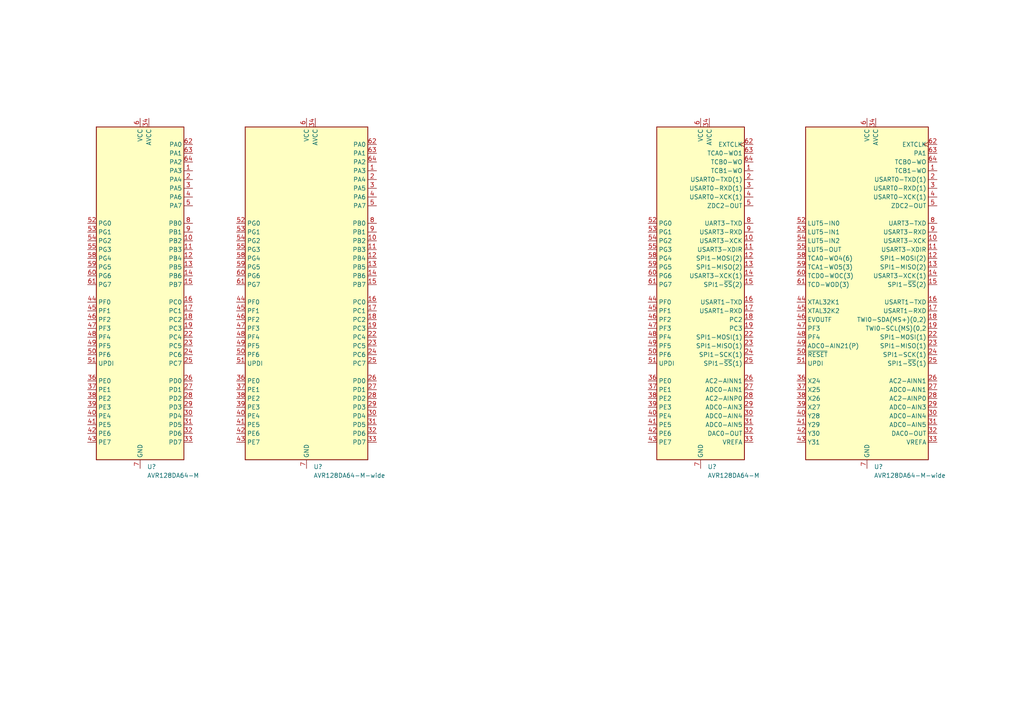
<source format=kicad_sch>
(kicad_sch (version 20211123) (generator eeschema)
  (paper "A4")
  (lib_symbols
    (symbol "MCU_Microchip_DA-wide:AVR128DA64-M"
      (property "Reference" "U" (at -12.7 49.53 0))
      (property "Value" "AVR128DA64-M" (at 2.54 -49.53 0))
      (symbol "AVR128DA64-M_0_1"
        (rectangle (start -17.78 -48.26) (end 17.78 48.26) (stroke (width 0.254)) (fill (type background)))
      )
      (symbol "AVR128DA64-M_1_1"
        (pin bidirectional line (at 20.32 35.56 180) (length 2.54) (name "PA3") (number "1") (alternate "TCB1-WO" output line))
        (pin bidirectional line (at 20.32 15.24 180) (length 2.54) (name "PB2") (number "10") (alternate "USART3-XCK" bidirectional line))
        (pin bidirectional line (at 20.32 12.7 180) (length 2.54) (name "PB3") (number "11") (alternate "USART3-XDIR" output line))
        (pin bidirectional line (at 20.32 10.16 180) (length 2.54) (name "PB4") (number "12") (alternate "SPI1-MOSI(2)" bidirectional line))
        (pin bidirectional line (at 20.32 7.62 180) (length 2.54) (name "PB5") (number "13") (alternate "SPI1-MISO(2)" bidirectional line))
        (pin bidirectional line (at 20.32 5.08 180) (length 2.54) (name "PB6") (number "14") (alternate "USART3-XCK(1)" bidirectional line))
        (pin bidirectional line (at 20.32 2.54 180) (length 2.54) (name "PB7") (number "15") (alternate "SPI1-~{SS}(2)" bidirectional line))
        (pin bidirectional line (at 20.32 -2.54 180) (length 2.54) (name "PC0") (number "16") (alternate "USART1-TXD" bidirectional line))
        (pin bidirectional line (at 20.32 -5.08 180) (length 2.54) (name "PC1") (number "17") (alternate "USART1-RXD" input line))
        (pin bidirectional line (at 20.32 -7.62 180) (length 2.54) (name "PC2") (number "18") (alternate "TWI0-SDA(MS+)(0,2)" bidirectional line))
        (pin bidirectional line (at 20.32 -10.16 180) (length 2.54) (name "PC3") (number "19") (alternate "TWI0-SCL(MS)(0,2" bidirectional line))
        (pin bidirectional line (at 20.32 33.02 180) (length 2.54) (name "PA4") (number "2") (alternate "USART0-TXD(1)" bidirectional line))
        (pin power_in line (at 0 50.8 270) (length 2.54) hide (name "VCC") (number "20"))
        (pin power_in line (at 0 -50.8 90) (length 2.54) hide (name "GND") (number "21"))
        (pin bidirectional line (at 20.32 -12.7 180) (length 2.54) (name "PC4") (number "22") (alternate "SPI1-MOSI(1)" bidirectional line))
        (pin bidirectional line (at 20.32 -15.24 180) (length 2.54) (name "PC5") (number "23") (alternate "SPI1-MISO(1)" bidirectional line))
        (pin bidirectional line (at 20.32 -17.78 180) (length 2.54) (name "PC6") (number "24") (alternate "SPI1-SCK(1)" bidirectional line))
        (pin bidirectional line (at 20.32 -20.32 180) (length 2.54) (name "PC7") (number "25") (alternate "SPI1-~{SS}(1)" bidirectional line))
        (pin bidirectional line (at 20.32 -25.4 180) (length 2.54) (name "PD0") (number "26") (alternate "AC2-AINN1" input line))
        (pin bidirectional line (at 20.32 -27.94 180) (length 2.54) (name "PD1") (number "27") (alternate "ADC0-AIN1" input line))
        (pin bidirectional line (at 20.32 -30.48 180) (length 2.54) (name "PD2") (number "28") (alternate "AC2-AINP0" input line))
        (pin bidirectional line (at 20.32 -33.02 180) (length 2.54) (name "PD3") (number "29") (alternate "ADC0-AIN3" input line))
        (pin bidirectional line (at 20.32 30.48 180) (length 2.54) (name "PA5") (number "3") (alternate "USART0-RXD(1)" input line))
        (pin bidirectional line (at 20.32 -35.56 180) (length 2.54) (name "PD4") (number "30") (alternate "ADC0-AIN4" input line))
        (pin bidirectional line (at 20.32 -38.1 180) (length 2.54) (name "PD5") (number "31") (alternate "ADC0-AIN5" input line))
        (pin bidirectional line (at 20.32 -40.64 180) (length 2.54) (name "PD6") (number "32") (alternate "DAC0-OUT" output line))
        (pin bidirectional line (at 20.32 -43.18 180) (length 2.54) (name "PD7") (number "33") (alternate "VREFA" input line))
        (pin power_in line (at 2.54 50.8 270) (length 2.54) (name "AVCC") (number "34"))
        (pin power_in line (at 0 -50.8 90) (length 2.54) hide (name "GND") (number "35"))
        (pin bidirectional line (at -20.32 -25.4 0) (length 2.54) (name "PE0") (number "36") (alternate "X24" output line))
        (pin bidirectional line (at -20.32 -27.94 0) (length 2.54) (name "PE1") (number "37") (alternate "X25" output line))
        (pin bidirectional line (at -20.32 -30.48 0) (length 2.54) (name "PE2") (number "38") (alternate "X26" output line))
        (pin bidirectional line (at -20.32 -33.02 0) (length 2.54) (name "PE3") (number "39") (alternate "X27" output line))
        (pin bidirectional line (at 20.32 27.94 180) (length 2.54) (name "PA6") (number "4") (alternate "USART0-XCK(1)" bidirectional line))
        (pin bidirectional line (at -20.32 -35.56 0) (length 2.54) (name "PE4") (number "40") (alternate "Y28" bidirectional line))
        (pin bidirectional line (at -20.32 -38.1 0) (length 2.54) (name "PE5") (number "41") (alternate "Y29" bidirectional line))
        (pin bidirectional line (at -20.32 -40.64 0) (length 2.54) (name "PE6") (number "42") (alternate "Y30" bidirectional line))
        (pin bidirectional line (at -20.32 -43.18 0) (length 2.54) (name "PE7") (number "43") (alternate "Y31" bidirectional line))
        (pin bidirectional line (at -20.32 -2.54 0) (length 2.54) (name "PF0") (number "44") (alternate "XTAL32K1" passive line))
        (pin bidirectional line (at -20.32 -5.08 0) (length 2.54) (name "PF1") (number "45") (alternate "XTAL32K2" passive line))
        (pin bidirectional line (at -20.32 -7.62 0) (length 2.54) (name "PF2") (number "46") (alternate "EVOUTF" output line))
        (pin bidirectional line (at -20.32 -10.16 0) (length 2.54) (name "PF3") (number "47"))
        (pin bidirectional line (at -20.32 -12.7 0) (length 2.54) (name "PF4") (number "48"))
        (pin bidirectional line (at -20.32 -15.24 0) (length 2.54) (name "PF5") (number "49") (alternate "ADC0-AIN21(P)" input line))
        (pin bidirectional line (at 20.32 25.4 180) (length 2.54) (name "PA7") (number "5") (alternate "ZDC2-OUT" output line))
        (pin input line (at -20.32 -17.78 0) (length 2.54) (name "PF6") (number "50") (alternate "~{RESET}" input line))
        (pin bidirectional line (at -20.32 -20.32 0) (length 2.54) (name "UPDI") (number "51"))
        (pin bidirectional line (at -20.32 20.32 0) (length 2.54) (name "PG0") (number "52") (alternate "LUT5-IN0" input line))
        (pin bidirectional line (at -20.32 17.78 0) (length 2.54) (name "PG1") (number "53") (alternate "LUT5-IN1" input line))
        (pin bidirectional line (at -20.32 15.24 0) (length 2.54) (name "PG2") (number "54") (alternate "LUT5-IN2" input line))
        (pin bidirectional line (at -20.32 12.7 0) (length 2.54) (name "PG3") (number "55") (alternate "LUT5-OUT" output line))
        (pin power_in line (at 0 50.8 270) (length 2.54) hide (name "VCC") (number "56"))
        (pin power_in line (at 0 -50.8 90) (length 2.54) hide (name "GND") (number "57"))
        (pin bidirectional line (at -20.32 10.16 0) (length 2.54) (name "PG4") (number "58") (alternate "TCA0-WO4(6)" output line))
        (pin bidirectional line (at -20.32 7.62 0) (length 2.54) (name "PG5") (number "59") (alternate "TCA1-WO5(3)" output line))
        (pin power_in line (at 0 50.8 270) (length 2.54) (name "VCC") (number "6"))
        (pin bidirectional line (at -20.32 5.08 0) (length 2.54) (name "PG6") (number "60") (alternate "TCD0-WOC(3)" output line))
        (pin bidirectional line (at -20.32 2.54 0) (length 2.54) (name "PG7") (number "61") (alternate "TCD-WOD(3)" output line))
        (pin bidirectional line (at 20.32 43.18 180) (length 2.54) (name "PA0") (number "62") (alternate "EXTCLK" input clock))
        (pin bidirectional line (at 20.32 40.64 180) (length 2.54) (name "PA1") (number "63") (alternate "TCA0-WO1" output line))
        (pin bidirectional line (at 20.32 38.1 180) (length 2.54) (name "PA2") (number "64") (alternate "TCB0-WO" output line))
        (pin power_in line (at 0 -50.8 90) (length 2.54) (name "GND") (number "7"))
        (pin bidirectional line (at 20.32 20.32 180) (length 2.54) (name "PB0") (number "8") (alternate "UART3-TXD" bidirectional line))
        (pin bidirectional line (at 20.32 17.78 180) (length 2.54) (name "PB1") (number "9") (alternate "USART3-RXD" input line))
      )
    )
    (symbol "MCU_Microchip_DA:AVR128DA64-M"
      (property "Reference" "U" (at -12.7 49.53 0))
      (property "Value" "AVR128DA64-M" (at 2.54 -49.53 0))
      (symbol "AVR128DA64-M_0_1"
        (rectangle (start -12.7 -48.26) (end 12.7 48.26) (stroke (width 0.254)) (fill (type background)))
      )
      (symbol "AVR128DA64-M_1_1"
        (pin bidirectional line (at 15.24 35.56 180) (length 2.54) (name "PA3") (number "1") (alternate "TCB1-WO" output line))
        (pin bidirectional line (at 15.24 15.24 180) (length 2.54) (name "PB2") (number "10") (alternate "USART3-XCK" bidirectional line))
        (pin bidirectional line (at 15.24 12.7 180) (length 2.54) (name "PB3") (number "11") (alternate "USART3-XDIR" output line))
        (pin bidirectional line (at 15.24 10.16 180) (length 2.54) (name "PB4") (number "12") (alternate "SPI1-MOSI(2)" bidirectional line))
        (pin bidirectional line (at 15.24 7.62 180) (length 2.54) (name "PB5") (number "13") (alternate "SPI1-MISO(2)" bidirectional line))
        (pin bidirectional line (at 15.24 5.08 180) (length 2.54) (name "PB6") (number "14") (alternate "USART3-XCK(1)" bidirectional line))
        (pin bidirectional line (at 15.24 2.54 180) (length 2.54) (name "PB7") (number "15") (alternate "SPI1-~{SS}(2)" bidirectional line))
        (pin bidirectional line (at 15.24 -2.54 180) (length 2.54) (name "PC0") (number "16") (alternate "USART1-TXD" bidirectional line))
        (pin bidirectional line (at 15.24 -5.08 180) (length 2.54) (name "PC1") (number "17") (alternate "USART1-RXD" input line))
        (pin bidirectional line (at 15.24 -7.62 180) (length 2.54) (name "PC2") (number "18") (alternate "TWI0-SDA(MS+)(0,2)" bidirectional line))
        (pin bidirectional line (at 15.24 -10.16 180) (length 2.54) (name "PC3") (number "19") (alternate "TWI0-SCL(MS)(0,2" bidirectional line))
        (pin bidirectional line (at 15.24 33.02 180) (length 2.54) (name "PA4") (number "2") (alternate "USART0-TXD(1)" bidirectional line))
        (pin power_in line (at 0 50.8 270) (length 2.54) hide (name "VCC") (number "20"))
        (pin power_in line (at 0 -50.8 90) (length 2.54) hide (name "GND") (number "21"))
        (pin bidirectional line (at 15.24 -12.7 180) (length 2.54) (name "PC4") (number "22") (alternate "SPI1-MOSI(1)" bidirectional line))
        (pin bidirectional line (at 15.24 -15.24 180) (length 2.54) (name "PC5") (number "23") (alternate "SPI1-MISO(1)" bidirectional line))
        (pin bidirectional line (at 15.24 -17.78 180) (length 2.54) (name "PC6") (number "24") (alternate "SPI1-SCK(1)" bidirectional line))
        (pin bidirectional line (at 15.24 -20.32 180) (length 2.54) (name "PC7") (number "25") (alternate "SPI1-~{SS}(1)" bidirectional line))
        (pin bidirectional line (at 15.24 -25.4 180) (length 2.54) (name "PD0") (number "26") (alternate "AC2-AINN1" input line))
        (pin bidirectional line (at 15.24 -27.94 180) (length 2.54) (name "PD1") (number "27") (alternate "ADC0-AIN1" input line))
        (pin bidirectional line (at 15.24 -30.48 180) (length 2.54) (name "PD2") (number "28") (alternate "AC2-AINP0" input line))
        (pin bidirectional line (at 15.24 -33.02 180) (length 2.54) (name "PD3") (number "29") (alternate "ADC0-AIN3" input line))
        (pin bidirectional line (at 15.24 30.48 180) (length 2.54) (name "PA5") (number "3") (alternate "USART0-RXD(1)" input line))
        (pin bidirectional line (at 15.24 -35.56 180) (length 2.54) (name "PD4") (number "30") (alternate "ADC0-AIN4" input line))
        (pin bidirectional line (at 15.24 -38.1 180) (length 2.54) (name "PD5") (number "31") (alternate "ADC0-AIN5" input line))
        (pin bidirectional line (at 15.24 -40.64 180) (length 2.54) (name "PD6") (number "32") (alternate "DAC0-OUT" output line))
        (pin bidirectional line (at 15.24 -43.18 180) (length 2.54) (name "PD7") (number "33") (alternate "VREFA" input line))
        (pin power_in line (at 2.54 50.8 270) (length 2.54) (name "AVCC") (number "34"))
        (pin power_in line (at 0 -50.8 90) (length 2.54) hide (name "GND") (number "35"))
        (pin bidirectional line (at -15.24 -25.4 0) (length 2.54) (name "PE0") (number "36") (alternate "X24" output line))
        (pin bidirectional line (at -15.24 -27.94 0) (length 2.54) (name "PE1") (number "37") (alternate "X25" output line))
        (pin bidirectional line (at -15.24 -30.48 0) (length 2.54) (name "PE2") (number "38") (alternate "X26" output line))
        (pin bidirectional line (at -15.24 -33.02 0) (length 2.54) (name "PE3") (number "39") (alternate "X27" output line))
        (pin bidirectional line (at 15.24 27.94 180) (length 2.54) (name "PA6") (number "4") (alternate "USART0-XCK(1)" bidirectional line))
        (pin bidirectional line (at -15.24 -35.56 0) (length 2.54) (name "PE4") (number "40") (alternate "Y28" bidirectional line))
        (pin bidirectional line (at -15.24 -38.1 0) (length 2.54) (name "PE5") (number "41") (alternate "Y29" bidirectional line))
        (pin bidirectional line (at -15.24 -40.64 0) (length 2.54) (name "PE6") (number "42") (alternate "Y30" bidirectional line))
        (pin bidirectional line (at -15.24 -43.18 0) (length 2.54) (name "PE7") (number "43") (alternate "Y31" bidirectional line))
        (pin bidirectional line (at -15.24 -2.54 0) (length 2.54) (name "PF0") (number "44") (alternate "XTAL32K1" passive line))
        (pin bidirectional line (at -15.24 -5.08 0) (length 2.54) (name "PF1") (number "45") (alternate "XTAL32K2" passive line))
        (pin bidirectional line (at -15.24 -7.62 0) (length 2.54) (name "PF2") (number "46") (alternate "EVOUTF" output line))
        (pin bidirectional line (at -15.24 -10.16 0) (length 2.54) (name "PF3") (number "47"))
        (pin bidirectional line (at -15.24 -12.7 0) (length 2.54) (name "PF4") (number "48"))
        (pin bidirectional line (at -15.24 -15.24 0) (length 2.54) (name "PF5") (number "49") (alternate "ADC0-AIN21(P)" input line))
        (pin bidirectional line (at 15.24 25.4 180) (length 2.54) (name "PA7") (number "5") (alternate "ZDC2-OUT" output line))
        (pin input line (at -15.24 -17.78 0) (length 2.54) (name "PF6") (number "50") (alternate "~{RESET}" input line))
        (pin bidirectional line (at -15.24 -20.32 0) (length 2.54) (name "UPDI") (number "51"))
        (pin bidirectional line (at -15.24 20.32 0) (length 2.54) (name "PG0") (number "52") (alternate "LUT5-IN0" input line))
        (pin bidirectional line (at -15.24 17.78 0) (length 2.54) (name "PG1") (number "53") (alternate "LUT5-IN1" input line))
        (pin bidirectional line (at -15.24 15.24 0) (length 2.54) (name "PG2") (number "54") (alternate "LUT5-IN2" input line))
        (pin bidirectional line (at -15.24 12.7 0) (length 2.54) (name "PG3") (number "55") (alternate "LUT5-OUT" output line))
        (pin power_in line (at 0 50.8 270) (length 2.54) hide (name "VCC") (number "56"))
        (pin power_in line (at 0 -50.8 90) (length 2.54) hide (name "GND") (number "57"))
        (pin bidirectional line (at -15.24 10.16 0) (length 2.54) (name "PG4") (number "58") (alternate "TCA0-WO4(6)" output line))
        (pin bidirectional line (at -15.24 7.62 0) (length 2.54) (name "PG5") (number "59") (alternate "TCA1-WO5(3)" output line))
        (pin power_in line (at 0 50.8 270) (length 2.54) (name "VCC") (number "6"))
        (pin bidirectional line (at -15.24 5.08 0) (length 2.54) (name "PG6") (number "60") (alternate "TCD0-WOC(3)" output line))
        (pin bidirectional line (at -15.24 2.54 0) (length 2.54) (name "PG7") (number "61") (alternate "TCD-WOD(3)" output line))
        (pin bidirectional line (at 15.24 43.18 180) (length 2.54) (name "PA0") (number "62") (alternate "EXTCLK" input clock))
        (pin bidirectional line (at 15.24 40.64 180) (length 2.54) (name "PA1") (number "63") (alternate "TCA0-WO1" output line))
        (pin bidirectional line (at 15.24 38.1 180) (length 2.54) (name "PA2") (number "64") (alternate "TCB0-WO" output line))
        (pin power_in line (at 0 -50.8 90) (length 2.54) (name "GND") (number "7"))
        (pin bidirectional line (at 15.24 20.32 180) (length 2.54) (name "PB0") (number "8") (alternate "UART3-TXD" bidirectional line))
        (pin bidirectional line (at 15.24 17.78 180) (length 2.54) (name "PB1") (number "9") (alternate "USART3-RXD" input line))
      )
    )
  )
  (symbol (lib_id "MCU_Microchip_DA-wide:AVR128DA64-M") (at 88.9 85.09 0) (unit 1)
    (property "Reference" "U?" (at 90.9194 135.3804 0) (effects (justify left)))
    (property "Value" "AVR128DA64-M-wide" (at 90.9194 137.9173 0) (effects (justify left)))
    (property "Footprint" "Package_DFN_QFN:QFN-64-1EP_9x9mm_P0.5mm_EP7.15x7.15mm" (effects hide))
    (property "Datasheet" "https://ww1.microchip.com/downloads/aemdocument/MCU08/ProductDocuments/DataSheets/AVR128DA28-32-48-64-Data-Sheet-40002183C.pdf" (effects hide))
  )
  (symbol (lib_id "MCU_Microchip_DA:AVR128DA64-M") (at 203.2 85.09 0) (unit 1)
    (property "Reference" "U?" (at 205.2194 135.3804 0) (effects (justify left)))
    (property "Value" "AVR128DA64-M" (at 205.2194 137.9173 0) (effects (justify left)))
    (property "Footprint" "Package_DFN_QFN:QFN-64-1EP_9x9mm_P0.5mm_EP7.15x7.15mm" (effects hide))
    (property "Datasheet" "https://ww1.microchip.com/downloads/aemdocument/MCU08/ProductDocuments/DataSheets/AVR128DA28-32-48-64-Data-Sheet-40002183C.pdf" (effects hide))
    (pin "1" (alternate "TCB1-WO"))
    (pin "10" (alternate "USART3-XCK"))
    (pin "11" (alternate "USART3-XDIR"))
    (pin "12" (alternate "SPI1-MOSI(2)"))
    (pin "13" (alternate "SPI1-MISO(2)"))
    (pin "14" (alternate "USART3-XCK(1)"))
    (pin "15" (alternate "SPI1-~{SS}(2)"))
    (pin "16" (alternate "USART1-TXD"))
    (pin "17" (alternate "USART1-RXD"))
    (pin "2" (alternate "USART0-TXD(1)"))
    (pin "22" (alternate "SPI1-MOSI(1)"))
    (pin "23" (alternate "SPI1-MISO(1)"))
    (pin "24" (alternate "SPI1-SCK(1)"))
    (pin "25" (alternate "SPI1-~{SS}(1)"))
    (pin "26" (alternate "AC2-AINN1"))
    (pin "27" (alternate "ADC0-AIN1"))
    (pin "28" (alternate "AC2-AINP0"))
    (pin "29" (alternate "ADC0-AIN3"))
    (pin "3" (alternate "USART0-RXD(1)"))
    (pin "30" (alternate "ADC0-AIN4"))
    (pin "31" (alternate "ADC0-AIN5"))
    (pin "32" (alternate "DAC0-OUT"))
    (pin "33" (alternate "VREFA"))
    (pin "4" (alternate "USART0-XCK(1)"))
    (pin "5" (alternate "ZDC2-OUT"))
    (pin "62" (alternate "EXTCLK"))
    (pin "63" (alternate "TCA0-WO1"))
    (pin "64" (alternate "TCB0-WO"))
    (pin "8" (alternate "UART3-TXD"))
    (pin "9" (alternate "USART3-RXD"))
  )
  (symbol (lib_id "MCU_Microchip_DA-wide:AVR128DA64-M") (at 251.46 85.09 0) (unit 1)
    (property "Reference" "U?" (at 253.4794 135.3804 0) (effects (justify left)))
    (property "Value" "AVR128DA64-M-wide" (at 253.4794 137.9173 0) (effects (justify left)))
    (property "Footprint" "Package_DFN_QFN:QFN-64-1EP_9x9mm_P0.5mm_EP7.15x7.15mm" (effects hide))
    (property "Datasheet" "https://ww1.microchip.com/downloads/aemdocument/MCU08/ProductDocuments/DataSheets/AVR128DA28-32-48-64-Data-Sheet-40002183C.pdf" (effects hide))
    (pin "1" (alternate "TCB1-WO"))
    (pin "10" (alternate "USART3-XCK"))
    (pin "11" (alternate "USART3-XDIR"))
    (pin "12" (alternate "SPI1-MOSI(2)"))
    (pin "13" (alternate "SPI1-MISO(2)"))
    (pin "14" (alternate "USART3-XCK(1)"))
    (pin "15" (alternate "SPI1-~{SS}(2)"))
    (pin "16" (alternate "USART1-TXD"))
    (pin "17" (alternate "USART1-RXD"))
    (pin "18" (alternate "TWI0-SDA(MS+)(0,2)"))
    (pin "19" (alternate "TWI0-SCL(MS)(0,2"))
    (pin "2" (alternate "USART0-TXD(1)"))
    (pin "22" (alternate "SPI1-MOSI(1)"))
    (pin "23" (alternate "SPI1-MISO(1)"))
    (pin "24" (alternate "SPI1-SCK(1)"))
    (pin "25" (alternate "SPI1-~{SS}(1)"))
    (pin "26" (alternate "AC2-AINN1"))
    (pin "27" (alternate "ADC0-AIN1"))
    (pin "28" (alternate "AC2-AINP0"))
    (pin "29" (alternate "ADC0-AIN3"))
    (pin "3" (alternate "USART0-RXD(1)"))
    (pin "30" (alternate "ADC0-AIN4"))
    (pin "31" (alternate "ADC0-AIN5"))
    (pin "32" (alternate "DAC0-OUT"))
    (pin "33" (alternate "VREFA"))
    (pin "36" (alternate "X24"))
    (pin "37" (alternate "X25"))
    (pin "38" (alternate "X26"))
    (pin "39" (alternate "X27"))
    (pin "4" (alternate "USART0-XCK(1)"))
    (pin "40" (alternate "Y28"))
    (pin "41" (alternate "Y29"))
    (pin "42" (alternate "Y30"))
    (pin "43" (alternate "Y31"))
    (pin "44" (alternate "XTAL32K1"))
    (pin "45" (alternate "XTAL32K2"))
    (pin "46" (alternate "EVOUTF"))
    (pin "49" (alternate "ADC0-AIN21(P)"))
    (pin "5" (alternate "ZDC2-OUT"))
    (pin "50" (alternate "~{RESET}"))
    (pin "52" (alternate "LUT5-IN0"))
    (pin "53" (alternate "LUT5-IN1"))
    (pin "54" (alternate "LUT5-IN2"))
    (pin "55" (alternate "LUT5-OUT"))
    (pin "58" (alternate "TCA0-WO4(6)"))
    (pin "59" (alternate "TCA1-WO5(3)"))
    (pin "60" (alternate "TCD0-WOC(3)"))
    (pin "61" (alternate "TCD-WOD(3)"))
    (pin "62" (alternate "EXTCLK"))
    (pin "64" (alternate "TCB0-WO"))
    (pin "8" (alternate "UART3-TXD"))
    (pin "9" (alternate "USART3-RXD"))
  )
  (symbol (lib_id "MCU_Microchip_DA:AVR128DA64-M") (at 40.64 85.09 0) (unit 1)
    (property "Reference" "U?" (at 42.6594 135.3804 0) (effects (justify left)))
    (property "Value" "AVR128DA64-M" (at 42.6594 137.9173 0) (effects (justify left)))
    (property "Footprint" "Package_DFN_QFN:QFN-64-1EP_9x9mm_P0.5mm_EP7.15x7.15mm" (effects hide))
    (property "Datasheet" "https://ww1.microchip.com/downloads/aemdocument/MCU08/ProductDocuments/DataSheets/AVR128DA28-32-48-64-Data-Sheet-40002183C.pdf" (effects hide))
  )
)
</source>
